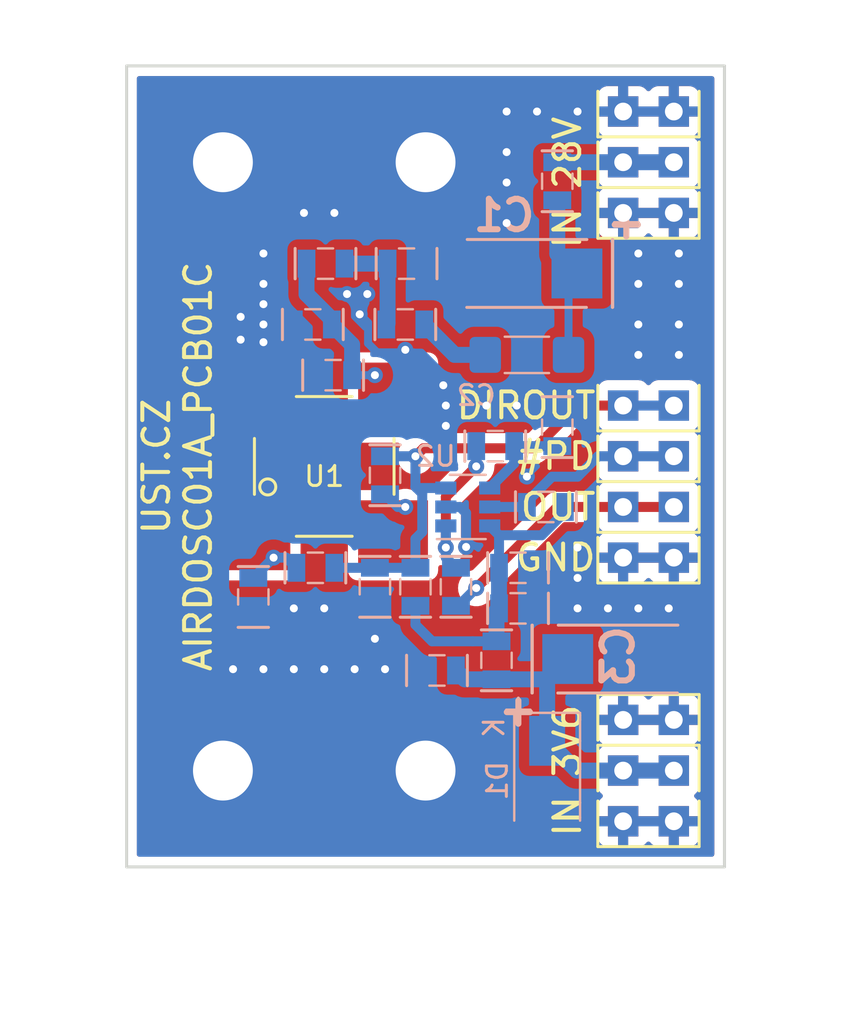
<source format=kicad_pcb>
(kicad_pcb (version 20211014) (generator pcbnew)
  (layers (0 "F.Cu" signal) (31 "B.Cu" signal) (34 "B.Paste" user) (35 "F.Paste" user) (36 "B.SilkS" user "B.Silkscreen") (37 "F.SilkS" user "F.Silkscreen") (38 "B.Mask" user) (39 "F.Mask" user) (44 "Edge.Cuts" user))
  (net 0 "")
  (net 1 "Net-(C1-Pad1)")
  (net 2 "GND")
  (net 3 "Net-(C2-Pad3)")
  (net 4 "/+3V6")
  (net 5 "Net-(C5-Pad1)")
  (net 6 "Net-(C6-Pad1)")
  (net 7 "+3V3")
  (net 8 "/DIRECT_OUT")
  (net 9 "Net-(C10-Pad2)")
  (net 10 "+28V")
  (net 11 "/OUT")
  (net 12 "/#PD")
  (net 13 "Net-(R6-Pad1)")
  (net 14 "Net-(R10-Pad2)")
  (net 15 "Net-(R10-Pad1)")
  (footprint "Mlab_Mechanical:MountingHole_3mm" (layer "F.Cu") (at 5.207 -5.08)
    (fp_text reference "M2" hide)
    (fp_text value "HOLE" hide)
    (pad "1" thru_hole circle locked (at 0 0) (size 6 6) (drill 3) (layers *.Cu *.Adhes *.Mask) (net 2 "GND") (clearance 1))
  )
  (footprint "Mlab_Mechanical:MountingHole_3mm" (layer "F.Cu") (at 5.207 -35.56)
    (fp_text reference "M3" hide)
    (fp_text value "HOLE" hide)
    (pad "1" thru_hole circle locked (at 0 0) (size 6 6) (drill 3) (layers *.Cu *.Adhes *.Mask) (net 2 "GND") (clearance 1))
  )
  (footprint "Mlab_Pin_Headers:Straight_2x01" (layer "F.Cu") (at 26.543 -20.828)
    (fp_text reference "J10" hide)
    (fp_text value "HEADER_2x01_PARALLEL" hide)
    (fp_line (start 2.54 -1.016) (end 2.54 1.27) (layer "F.SilkS") (width 0.15))
    (fp_line (start 2.54 1.27) (end -2.54 1.27) (layer "F.SilkS") (width 0.15))
    (fp_line (start -2.54 1.27) (end -2.54 -1.016) (layer "F.SilkS") (width 0.15))
    (pad "1" thru_hole rect locked (at -1.27 0) (size 1.524 1.524) (drill 0.889) (layers *.Cu *.Mask) (net 12 "/#PD"))
    (pad "2" thru_hole rect locked (at 1.27 0) (size 1.524 1.524) (drill 0.889) (layers *.Cu *.Mask) (net 12 "/#PD"))
  )
  (footprint "Mlab_Pin_Headers:Straight_2x01" (layer "F.Cu") (at 26.543 -18.288)
    (fp_text reference "J8" hide)
    (fp_text value "HEADER_2x01_PARALLEL" hide)
    (fp_line (start -2.54 1.27) (end -2.54 -1.016) (layer "F.SilkS") (width 0.15))
    (fp_line (start 2.54 1.27) (end -2.54 1.27) (layer "F.SilkS") (width 0.15))
    (fp_line (start 2.54 -1.016) (end 2.54 1.27) (layer "F.SilkS") (width 0.15))
    (pad "1" thru_hole rect locked (at -1.27 0) (size 1.524 1.524) (drill 0.889) (layers *.Cu *.Mask) (net 11 "/OUT"))
    (pad "2" thru_hole rect locked (at 1.27 0) (size 1.524 1.524) (drill 0.889) (layers *.Cu *.Mask) (net 11 "/OUT"))
  )
  (footprint "Mlab_Pin_Headers:Straight_2x01" (layer "F.Cu") (at 26.543 -2.54)
    (fp_text reference "J4" hide)
    (fp_text value "HEADER_2x01_PARALLEL" hide)
    (fp_line (start 2.54 -1.016) (end 2.54 1.27) (layer "F.SilkS") (width 0.15))
    (fp_line (start 2.54 1.27) (end -2.54 1.27) (layer "F.SilkS") (width 0.15))
    (fp_line (start -2.54 1.27) (end -2.54 -1.016) (layer "F.SilkS") (width 0.15))
    (pad "1" thru_hole rect locked (at -1.27 0) (size 1.524 1.524) (drill 0.889) (layers *.Cu *.Mask) (net 2 "GND"))
    (pad "2" thru_hole rect locked (at 1.27 0) (size 1.524 1.524) (drill 0.889) (layers *.Cu *.Mask) (net 2 "GND"))
  )
  (footprint "Mlab_Pin_Headers:Straight_2x01" (layer "F.Cu") (at 26.543 -15.748)
    (fp_text reference "J9" hide)
    (fp_text value "HEADER_2x01_PARALLEL" hide)
    (fp_line (start 2.54 1.27) (end -2.54 1.27) (layer "F.SilkS") (width 0.15))
    (fp_line (start 2.54 -1.016) (end 2.54 1.27) (layer "F.SilkS") (width 0.15))
    (fp_line (start -2.54 1.27) (end -2.54 -1.016) (layer "F.SilkS") (width 0.15))
    (pad "1" thru_hole rect locked (at -1.27 0) (size 1.524 1.524) (drill 0.889) (layers *.Cu *.Mask) (net 2 "GND"))
    (pad "2" thru_hole rect locked (at 1.27 0) (size 1.524 1.524) (drill 0.889) (layers *.Cu *.Mask) (net 2 "GND"))
  )
  (footprint "Mlab_IO:MicroFC−60035−SMT" (layer "F.Cu") (at 10.287 -20.32)
    (fp_text reference "U1" (at 0 0.5) (layer "F.SilkS"))
    (fp_text value "MICROFC-60035-SMT-TR(1)" hide)
    (fp_line (start -1.4 -3.5) (end 1.4 -3.5) (layer "F.SilkS") (width 0.15))
    (fp_line (start -3.5 1.4) (end -3.5 -1.4) (layer "F.SilkS") (width 0.15))
    (fp_line (start 1.4 3.5) (end -1.4 3.5) (layer "F.SilkS") (width 0.15))
    (fp_line (start 3.5 -1.4) (end 3.5 1.4) (layer "F.SilkS") (width 0.15))
    (fp_circle (center -2.8321 1.0287) (end -2.5019 1.2573) (layer "F.SilkS") (width 0.15) (fill none))
    (pad "1" smd trapezoid locked (at -3.45 3.45) (size 3.5 3.5) (layers "F.Cu" "F.Paste" "F.Mask") (net 9 "Net-(C10-Pad2)"))
    (pad "2" smd trapezoid locked (at 3.45 3.45 90) (size 3.5 3.5) (layers "F.Cu" "F.Paste" "F.Mask") (net 13 "Net-(R6-Pad1)"))
    (pad "3" smd trapezoid locked (at 3.45 -3.45 180) (size 3.5 3.5) (layers "F.Cu" "F.Paste" "F.Mask") (net 6 "Net-(C6-Pad1)"))
    (pad "4" smd trapezoid locked (at -3.45 -3.45 270) (size 3.5 3.5) (layers "F.Cu" "F.Paste" "F.Mask"))
  )
  (footprint "Mlab_Pin_Headers:Straight_2x01" (layer "F.Cu") (at 26.543 -33.02)
    (fp_text reference "J1" hide)
    (fp_text value "HEADER_2x01_PARALLEL" hide)
    (fp_line (start -2.54 1.27) (end -2.54 -1.016) (layer "F.SilkS") (width 0.15))
    (fp_line (start 2.54 -1.016) (end 2.54 1.27) (layer "F.SilkS") (width 0.15))
    (fp_line (start 2.54 1.27) (end -2.54 1.27) (layer "F.SilkS") (width 0.15))
    (pad "1" thru_hole rect locked (at -1.27 0) (size 1.524 1.524) (drill 0.889) (layers *.Cu *.Mask) (net 2 "GND"))
    (pad "2" thru_hole rect locked (at 1.27 0) (size 1.524 1.524) (drill 0.889) (layers *.Cu *.Mask) (net 2 "GND"))
  )
  (footprint "Mlab_Pin_Headers:Straight_2x01" (layer "F.Cu") (at 26.543 -35.56)
    (fp_text reference "J2" hide)
    (fp_text value "HEADER_2x01_PARALLEL" hide)
    (fp_line (start -2.54 1.27) (end -2.54 -1.016) (layer "F.SilkS") (width 0.15))
    (fp_line (start 2.54 -1.016) (end 2.54 1.27) (layer "F.SilkS") (width 0.15))
    (fp_line (start 2.54 1.27) (end -2.54 1.27) (layer "F.SilkS") (width 0.15))
    (pad "1" thru_hole rect locked (at -1.27 0) (size 1.524 1.524) (drill 0.889) (layers *.Cu *.Mask) (net 10 "+28V"))
    (pad "2" thru_hole rect locked (at 1.27 0) (size 1.524 1.524) (drill 0.889) (layers *.Cu *.Mask) (net 10 "+28V"))
  )
  (footprint "Mlab_Pin_Headers:Straight_2x01" (layer "F.Cu") (at 26.543 -38.1)
    (fp_text reference "J3" hide)
    (fp_text value "HEADER_2x01_PARALLEL" hide)
    (fp_line (start 2.54 -1.016) (end 2.54 1.27) (layer "F.SilkS") (width 0.15))
    (fp_line (start 2.54 1.27) (end -2.54 1.27) (layer "F.SilkS") (width 0.15))
    (fp_line (start -2.54 1.27) (end -2.54 -1.016) (layer "F.SilkS") (width 0.15))
    (pad "1" thru_hole rect locked (at -1.27 0) (size 1.524 1.524) (drill 0.889) (layers *.Cu *.Mask) (net 2 "GND"))
    (pad "2" thru_hole rect locked (at 1.27 0) (size 1.524 1.524) (drill 0.889) (layers *.Cu *.Mask) (net 2 "GND"))
  )
  (footprint "Mlab_Pin_Headers:Straight_2x01" (layer "F.Cu") (at 26.543 -5.08 180)
    (fp_text reference "J5" hide)
    (fp_text value "HEADER_2x01_PARALLEL" hide)
    (fp_line (start -2.54 1.27) (end -2.54 -1.016) (layer "F.SilkS") (width 0.15))
    (fp_line (start 2.54 -1.016) (end 2.54 1.27) (layer "F.SilkS") (width 0.15))
    (fp_line (start 2.54 1.27) (end -2.54 1.27) (layer "F.SilkS") (width 0.15))
    (pad "1" thru_hole rect locked (at -1.27 0 180) (size 1.524 1.524) (drill 0.889) (layers *.Cu *.Mask) (net 4 "/+3V6"))
    (pad "2" thru_hole rect locked (at 1.27 0 180) (size 1.524 1.524) (drill 0.889) (layers *.Cu *.Mask) (net 4 "/+3V6"))
  )
  (footprint "Mlab_Pin_Headers:Straight_2x01" (layer "F.Cu") (at 26.543 -7.62 180)
    (fp_text reference "J6" hide)
    (fp_text value "HEADER_2x01_PARALLEL" hide)
    (fp_line (start 2.54 1.27) (end -2.54 1.27) (layer "F.SilkS") (width 0.15))
    (fp_line (start -2.54 1.27) (end -2.54 -1.016) (layer "F.SilkS") (width 0.15))
    (fp_line (start 2.54 -1.016) (end 2.54 1.27) (layer "F.SilkS") (width 0.15))
    (pad "1" thru_hole rect locked (at -1.27 0 180) (size 1.524 1.524) (drill 0.889) (layers *.Cu *.Mask) (net 2 "GND"))
    (pad "2" thru_hole rect locked (at 1.27 0 180) (size 1.524 1.524) (drill 0.889) (layers *.Cu *.Mask) (net 2 "GND"))
  )
  (footprint "Mlab_Pin_Headers:Straight_2x01" (layer "F.Cu") (at 26.543 -23.368)
    (fp_text reference "J7" hide)
    (fp_text value "HEADER_2x01_PARALLEL" hide)
    (fp_line (start -2.54 1.27) (end -2.54 -1.016) (layer "F.SilkS") (width 0.15))
    (fp_line (start 2.54 -1.016) (end 2.54 1.27) (layer "F.SilkS") (width 0.15))
    (fp_line (start 2.54 1.27) (end -2.54 1.27) (layer "F.SilkS") (width 0.15))
    (pad "1" thru_hole rect locked (at -1.27 0) (size 1.524 1.524) (drill 0.889) (layers *.Cu *.Mask) (net 8 "/DIRECT_OUT"))
    (pad "2" thru_hole rect locked (at 1.27 0) (size 1.524 1.524) (drill 0.889) (layers *.Cu *.Mask) (net 8 "/DIRECT_OUT"))
  )
  (footprint "Mlab_Mechanical:MountingHole_3mm" (layer "F.Cu") (at 15.367 -5.08)
    (fp_text reference "M1" hide)
    (fp_text value "HOLE" hide)
    (pad "1" thru_hole circle locked (at 0 0) (size 6 6) (drill 3) (layers *.Cu *.Adhes *.Mask) (net 2 "GND") (clearance 1))
  )
  (footprint "Mlab_Mechanical:MountingHole_3mm" (layer "F.Cu") (at 15.367 -35.56)
    (fp_text reference "M4" hide)
    (fp_text value "HOLE" hide)
    (pad "1" thru_hole circle locked (at 0 0) (size 6 6) (drill 3) (layers *.Cu *.Adhes *.Mask) (net 2 "GND") (clearance 1))
  )
  (footprint "Mlab_R:SMD-0805" (layer "B.Cu") (at 14.4145 -30.48)
    (fp_text reference "C5")
    (fp_text value "100nF")
    (fp_line (start 1.524 0.762) (end 1.524 -0.762) (layer "B.SilkS") (width 0.15))
    (fp_line (start -0.381 -0.762) (end 0.381 -0.762) (layer "B.SilkS") (width 0.12))
    (fp_line (start -1.524 -0.762) (end -1.524 0.762) (layer "B.SilkS") (width 0.15))
    (fp_line (start -0.381 0.762) (end 0.381 0.762) (layer "B.SilkS") (width 0.12))
    (pad "1" smd rect locked (at -0.9525 0) (size 0.889 1.397) (layers "B.Cu" "B.Paste" "B.Mask") (net 5 "Net-(C5-Pad1)"))
    (pad "2" smd rect locked (at 0.9525 0) (size 0.889 1.397) (layers "B.Cu" "B.Paste" "B.Mask") (net 2 "GND"))
  )
  (footprint "Mlab_R:SMD-0805" (layer "B.Cu") (at 18.8595 -21.336)
    (fp_text reference "R10")
    (fp_text value "12k")
    (fp_line (start -0.381 -0.762) (end 0.381 -0.762) (layer "B.SilkS") (width 0.12))
    (fp_line (start 1.524 0.762) (end 1.524 -0.762) (layer "B.SilkS") (width 0.15))
    (fp_line (start -0.381 0.762) (end 0.381 0.762) (layer "B.SilkS") (width 0.12))
    (fp_line (start -1.524 -0.762) (end -1.524 0.762) (layer "B.SilkS") (width 0.15))
    (pad "1" smd rect locked (at -0.9525 0) (size 0.889 1.397) (layers "B.Cu" "B.Paste" "B.Mask") (net 15 "Net-(R10-Pad1)"))
    (pad "2" smd rect locked (at 0.9525 0) (size 0.889 1.397) (layers "B.Cu" "B.Paste" "B.Mask") (net 14 "Net-(R10-Pad2)"))
  )
  (footprint "Mlab_R:SMD-0805" (layer "B.Cu") (at 18.923 -10.6045 -90)
    (fp_text reference "R3")
    (fp_text value "100R")
    (fp_line (start -1.524 -0.762) (end -1.524 0.762) (layer "B.SilkS") (width 0.15))
    (fp_line (start -0.381 -0.762) (end 0.381 -0.762) (layer "B.SilkS") (width 0.12))
    (fp_line (start 1.524 0.762) (end 1.524 -0.762) (layer "B.SilkS") (width 0.15))
    (fp_line (start -0.381 0.762) (end 0.381 0.762) (layer "B.SilkS") (width 0.12))
    (pad "1" smd rect locked (at -0.9525 0 270) (size 0.889 1.397) (layers "B.Cu" "B.Paste" "B.Mask") (net 7 "+3V3"))
    (pad "2" smd rect locked (at 0.9525 0 270) (size 0.889 1.397) (layers "B.Cu" "B.Paste" "B.Mask") (net 4 "/+3V6"))
  )
  (footprint "Mlab_R:SMD-0805" (layer "B.Cu") (at 15.9385 -10.0965 180)
    (fp_text reference "C4")
    (fp_text value "10u")
    (fp_line (start -0.381 0.762) (end 0.381 0.762) (layer "B.SilkS") (width 0.12))
    (fp_line (start 1.524 0.762) (end 1.524 -0.762) (layer "B.SilkS") (width 0.15))
    (fp_line (start -1.524 -0.762) (end -1.524 0.762) (layer "B.SilkS") (width 0.15))
    (fp_line (start -0.381 -0.762) (end 0.381 -0.762) (layer "B.SilkS") (width 0.12))
    (pad "1" smd rect locked (at -0.9525 0 180) (size 0.889 1.397) (layers "B.Cu" "B.Paste" "B.Mask") (net 4 "/+3V6"))
    (pad "2" smd rect locked (at 0.9525 0 180) (size 0.889 1.397) (layers "B.Cu" "B.Paste" "B.Mask") (net 2 "GND"))
  )
  (footprint "Mlab_D:Diode-SMA_Standard" (layer "B.Cu") (at 21.463 -4.572 -90)
    (fp_text reference "D1" (at 0 2.5 -90) (layer "B.SilkS") (effects (justify mirror)))
    (fp_text value "M4" hide)
    (fp_text user "K" (at -2.667 2.667 -90) (layer "B.SilkS") (effects (justify mirror)))
    (fp_line (start -3.4 1.65) (end -3.4 -1.65) (layer "B.SilkS") (width 0.12))
    (fp_line (start -3.4 1.65) (end 2 1.65) (layer "B.SilkS") (width 0.12))
    (fp_line (start -3.4 -1.65) (end 2 -1.65) (layer "B.SilkS") (width 0.12))
    (pad "1" smd rect locked (at -2 0 270) (size 2.5 1.8) (layers "B.Cu" "B.Paste" "B.Mask") (net 4 "/+3V6"))
    (pad "2" smd rect locked (at 2 0 270) (size 2.5 1.8) (layers "B.Cu" "B.Paste" "B.Mask") (net 2 "GND"))
  )
  (footprint "Mlab_R:SMD-0805" (layer "B.Cu") (at 20.0025 -13.208)
    (fp_text reference "C7")
    (fp_text value "10u")
    (fp_line (start -0.381 0.762) (end 0.381 0.762) (layer "B.SilkS") (width 0.12))
    (fp_line (start -1.524 -0.762) (end -1.524 0.762) (layer "B.SilkS") (width 0.15))
    (fp_line (start 1.524 0.762) (end 1.524 -0.762) (layer "B.SilkS") (width 0.15))
    (fp_line (start -0.381 -0.762) (end 0.381 -0.762) (layer "B.SilkS") (width 0.12))
    (pad "1" smd rect locked (at -0.9525 0) (size 0.889 1.397) (layers "B.Cu" "B.Paste" "B.Mask") (net 7 "+3V3"))
    (pad "2" smd rect locked (at 0.9525 0) (size 0.889 1.397) (layers "B.Cu" "B.Paste" "B.Mask") (net 2 "GND"))
  )
  (footprint "Mlab_C:TantalC_SizeC_Reflow" (layer "B.Cu") (at 25.019 -10.668)
    (fp_text reference "C3" (at 0 -0.127 90) (layer "B.SilkS") (effects (font (size 1.524 1.524) (thickness 0.3048)) (justify mirror)))
    (fp_text value "47uF" hide)
    (fp_text user "+" (at -4.99872 2.55016) (layer "B.SilkS") (effects (font (size 1.524 1.524) (thickness 0.3048)) (justify mirror)))
    (fp_line (start -4.30022 1.69926) (end -4.30022 -1.69926) (layer "B.SilkS") (width 0.15))
    (fp_line (start 2.97688 1.7018) (end -3.0226 1.7018) (layer "B.SilkS") (width 0.15))
    (fp_line (start -4.318 1.7018) (end -4.318 -1.69672) (layer "B.SilkS") (width 0.15))
    (fp_line (start 2.99974 -1.69926) (end -2.99974 -1.69926) (layer "B.SilkS") (width 0.15))
    (fp_line (start -5.6007 2.5527) (end -4.40182 2.5527) (layer "B.SilkS") (width 0.15))
    (fp_line (start -5.00126 3.05308) (end -5.00126 1.95326) (layer "B.SilkS") (width 0.15))
    (pad "1" smd rect locked (at -2.52476 0) (size 2.55016 2.49936) (layers "B.Cu" "B.Paste" "B.Mask") (net 4 "/+3V6"))
    (pad "2" smd rect locked (at 2.52476 0) (size 2.55016 2.49936) (layers "B.Cu" "B.Paste" "B.Mask") (net 2 "GND"))
  )
  (footprint "Mlab_R:SMD-0805" (layer "B.Cu") (at 20.0025 -15.24)
    (fp_text reference "C8")
    (fp_text value "100nF")
    (fp_line (start -0.381 0.762) (end 0.381 0.762) (layer "B.SilkS") (width 0.12))
    (fp_line (start 1.524 0.762) (end 1.524 -0.762) (layer "B.SilkS") (width 0.15))
    (fp_line (start -1.524 -0.762) (end -1.524 0.762) (layer "B.SilkS") (width 0.15))
    (fp_line (start -0.381 -0.762) (end 0.381 -0.762) (layer "B.SilkS") (width 0.12))
    (pad "1" smd rect locked (at -0.9525 0) (size 0.889 1.397) (layers "B.Cu" "B.Paste" "B.Mask") (net 7 "+3V3"))
    (pad "2" smd rect locked (at 0.9525 0) (size 0.889 1.397) (layers "B.Cu" "B.Paste" "B.Mask") (net 2 "GND"))
  )
  (footprint "Mlab_R:SMD-0805" (layer "B.Cu") (at 14.351 -27.432)
    (fp_text reference "R2")
    (fp_text value "10R")
    (fp_line (start -1.524 -0.762) (end -1.524 0.762) (layer "B.SilkS") (width 0.15))
    (fp_line (start -0.381 -0.762) (end 0.381 -0.762) (layer "B.SilkS") (width 0.12))
    (fp_line (start 1.524 0.762) (end 1.524 -0.762) (layer "B.SilkS") (width 0.15))
    (fp_line (start -0.381 0.762) (end 0.381 0.762) (layer "B.SilkS") (width 0.12))
    (pad "1" smd rect locked (at -0.9525 0) (size 0.889 1.397) (layers "B.Cu" "B.Paste" "B.Mask") (net 5 "Net-(C5-Pad1)"))
    (pad "2" smd rect locked (at 0.9525 0) (size 0.889 1.397) (layers "B.Cu" "B.Paste" "B.Mask") (net 3 "Net-(C2-Pad3)"))
  )
  (footprint "Mlab_R:SMD-0805" (layer "B.Cu") (at 9.7155 -27.432 180)
    (fp_text reference "C6")
    (fp_text value "100nF")
    (fp_line (start -0.381 -0.762) (end 0.381 -0.762) (layer "B.SilkS") (width 0.12))
    (fp_line (start 1.524 0.762) (end 1.524 -0.762) (layer "B.SilkS") (width 0.15))
    (fp_line (start -1.524 -0.762) (end -1.524 0.762) (layer "B.SilkS") (width 0.15))
    (fp_line (start -0.381 0.762) (end 0.381 0.762) (layer "B.SilkS") (width 0.12))
    (pad "1" smd rect locked (at -0.9525 0 180) (size 0.889 1.397) (layers "B.Cu" "B.Paste" "B.Mask") (net 6 "Net-(C6-Pad1)"))
    (pad "2" smd rect locked (at 0.9525 0 180) (size 0.889 1.397) (layers "B.Cu" "B.Paste" "B.Mask") (net 2 "GND"))
  )
  (footprint "Mlab_C:TantalC_SizeC_Reflow" (layer "B.Cu") (at 20.43176 -29.98724 180)
    (fp_text reference "C1" (at 1.12776 2.90576 180) (layer "B.SilkS") (effects (font (size 1.524 1.524) (thickness 0.3048)) (justify mirror)))
    (fp_text value "15uF/35V" hide)
    (fp_text user "+" (at -4.99872 2.55016 180) (layer "B.SilkS") (effects (font (size 1.524 1.524) (thickness 0.3048)) (justify mirror)))
    (fp_line (start 2.99974 -1.69926) (end -2.99974 -1.69926) (layer "B.SilkS") (width 0.15))
    (fp_line (start -4.318 1.7018) (end -4.318 -1.69672) (layer "B.SilkS") (width 0.15))
    (fp_line (start -4.30022 1.69926) (end -4.30022 -1.69926) (layer "B.SilkS") (width 0.15))
    (fp_line (start 2.97688 1.7018) (end -3.0226 1.7018) (layer "B.SilkS") (width 0.15))
    (fp_line (start -5.00126 3.05308) (end -5.00126 1.95326) (layer "B.SilkS") (width 0.15))
    (fp_line (start -5.6007 2.5527) (end -4.40182 2.5527) (layer "B.SilkS") (width 0.15))
    (pad "1" smd rect locked (at -2.52476 0 180) (size 2.55016 2.49936) (layers "B.Cu" "B.Paste" "B.Mask") (net 1 "Net-(C1-Pad1)"))
    (pad "2" smd rect locked (at 2.52476 0 180) (size 2.55016 2.49936) (layers "B.Cu" "B.Paste" "B.Mask") (net 2 "GND"))
  )
  (footprint "Mlab_L:FIR_1806" (layer "B.Cu") (at 20.447 -25.908 180)
    (fp_text reference "C2" (at 2.54 -2.032 180) (layer "B.SilkS") (effects (justify mirror)))
    (fp_text value "1u5/50V - NFM41PC155B1H3L" hide)
    (fp_line (start -1.111252 -0.91) (end 1.111252 -0.91) (layer "B.SilkS") (width 0.12))
    (fp_line (start -1.111252 0.91) (end 1.111252 0.91) (layer "B.SilkS") (width 0.12))
    (pad "1" smd roundrect locked (at -2.0875 0 180) (size 1.575 1.8) (layers "B.Cu" "B.Paste" "B.Mask") (roundrect_rratio 0.1587301587) (net 1 "Net-(C1-Pad1)"))
    (pad "2" smd trapezoid locked (at 0 0 180) (size 1.5 3) (layers "B.Cu" "B.Paste" "B.Mask") (net 2 "GND"))
    (pad "3" smd roundrect locked (at 2.0875 0 180) (size 1.575 1.8) (layers "B.Cu" "B.Paste" "B.Mask") (roundrect_rratio 0.159) (net 3 "Net-(C2-Pad3)"))
  )
  (footprint "Mlab_R:SMD-0805" (layer "B.Cu") (at 10.7315 -24.892 180)
    (fp_text reference "C9")
    (fp_text value "10nF")
    (fp_line (start -0.381 0.762) (end 0.381 0.762) (layer "B.SilkS") (width 0.12))
    (fp_line (start -1.524 -0.762) (end -1.524 0.762) (layer "B.SilkS") (width 0.15))
    (fp_line (start 1.524 0.762) (end 1.524 -0.762) (layer "B.SilkS") (width 0.15))
    (fp_line (start -0.381 -0.762) (end 0.381 -0.762) (layer "B.SilkS") (width 0.12))
    (pad "1" smd rect locked (at -0.9525 0 180) (size 0.889 1.397) (layers "B.Cu" "B.Paste" "B.Mask") (net 6 "Net-(C6-Pad1)"))
    (pad "2" smd rect locked (at 0.9525 0 180) (size 0.889 1.397) (layers "B.Cu" "B.Paste" "B.Mask") (net 2 "GND"))
  )
  (footprint "Mlab_R:SMD-0805" (layer "B.Cu") (at 9.8425 -15.24 180)
    (fp_text reference "C10")
    (fp_text value "0R")
    (fp_line (start 1.524 0.762) (end 1.524 -0.762) (layer "B.SilkS") (width 0.15))
    (fp_line (start -1.524 -0.762) (end -1.524 0.762) (layer "B.SilkS") (width 0.15))
    (fp_line (start -0.381 0.762) (end 0.381 0.762) (layer "B.SilkS") (width 0.12))
    (fp_line (start -0.381 -0.762) (end 0.381 -0.762) (layer "B.SilkS") (width 0.12))
    (pad "1" smd rect locked (at -0.9525 0 180) (size 0.889 1.397) (layers "B.Cu" "B.Paste" "B.Mask") (net 8 "/DIRECT_OUT"))
    (pad "2" smd rect locked (at 0.9525 0 180) (size 0.889 1.397) (layers "B.Cu" "B.Paste" "B.Mask") (net 9 "Net-(C10-Pad2)"))
  )
  (footprint "Mlab_R:SMD-0805" (layer "B.Cu") (at 21.971 -34.6075 90)
    (fp_text reference "R1")
    (fp_text value "10R")
    (fp_line (start -0.381 -0.762) (end 0.381 -0.762) (layer "B.SilkS") (width 0.12))
    (fp_line (start 1.524 0.762) (end 1.524 -0.762) (layer "B.SilkS") (width 0.15))
    (fp_line (start -1.524 -0.762) (end -1.524 0.762) (layer "B.SilkS") (width 0.15))
    (fp_line (start -0.381 0.762) (end 0.381 0.762) (layer "B.SilkS") (width 0.12))
    (pad "1" smd rect locked (at -0.9525 0 90) (size 0.889 1.397) (layers "B.Cu" "B.Paste" "B.Mask") (net 1 "Net-(C1-Pad1)"))
    (pad "2" smd rect locked (at 0.9525 0 90) (size 0.889 1.397) (layers "B.Cu" "B.Paste" "B.Mask") (net 10 "+28V"))
  )
  (footprint "Mlab_R:SMD-0805" (layer "B.Cu") (at 10.3505 -30.48)
    (fp_text reference "R4")
    (fp_text value "10R")
    (fp_line (start -1.524 -0.762) (end -1.524 0.762) (layer "B.SilkS") (width 0.15))
    (fp_line (start 1.524 0.762) (end 1.524 -0.762) (layer "B.SilkS") (width 0.15))
    (fp_line (start -0.381 -0.762) (end 0.381 -0.762) (layer "B.SilkS") (width 0.12))
    (fp_line (start -0.381 0.762) (end 0.381 0.762) (layer "B.SilkS") (width 0.12))
    (pad "1" smd rect locked (at -0.9525 0) (size 0.889 1.397) (layers "B.Cu" "B.Paste" "B.Mask") (net 6 "Net-(C6-Pad1)"))
    (pad "2" smd rect locked (at 0.9525 0) (size 0.889 1.397) (layers "B.Cu" "B.Paste" "B.Mask") (net 5 "Net-(C5-Pad1)"))
  )
  (footprint "Mlab_R:SMD-0805" (layer "B.Cu") (at 6.731 -13.7795 90)
    (fp_text reference "R5")
    (fp_text value "10R")
    (fp_line (start -0.381 0.762) (end 0.381 0.762) (layer "B.SilkS") (width 0.12))
    (fp_line (start -1.524 -0.762) (end -1.524 0.762) (layer "B.SilkS") (width 0.15))
    (fp_line (start -0.381 -0.762) (end 0.381 -0.762) (layer "B.SilkS") (width 0.12))
    (fp_line (start 1.524 0.762) (end 1.524 -0.762) (layer "B.SilkS") (width 0.15))
    (pad "1" smd rect locked (at -0.9525 0 90) (size 0.889 1.397) (layers "B.Cu" "B.Paste" "B.Mask") (net 2 "GND"))
    (pad "2" smd rect locked (at 0.9525 0 90) (size 0.889 1.397) (layers "B.Cu" "B.Paste" "B.Mask") (net 9 "Net-(C10-Pad2)"))
  )
  (footprint "Mlab_R:SMD-0805" (layer "B.Cu") (at 13.335 -19.8755 90)
    (fp_text reference "R6")
    (fp_text value "-")
    (fp_line (start 1.524 0.762) (end 1.524 -0.762) (layer "B.SilkS") (width 0.15))
    (fp_line (start -0.381 0.762) (end 0.381 0.762) (layer "B.SilkS") (width 0.12))
    (fp_line (start -0.381 -0.762) (end 0.381 -0.762) (layer "B.SilkS") (width 0.12))
    (fp_line (start -1.524 -0.762) (end -1.524 0.762) (layer "B.SilkS") (width 0.15))
    (pad "1" smd rect locked (at -0.9525 0 90) (size 0.889 1.397) (layers "B.Cu" "B.Paste" "B.Mask") (net 13 "Net-(R6-Pad1)"))
    (pad "2" smd rect locked (at 0.9525 0 90) (size 0.889 1.397) (layers "B.Cu" "B.Paste" "B.Mask") (net 8 "/DIRECT_OUT"))
  )
  (footprint "Mlab_R:SMD-0805" (layer "B.Cu") (at 14.859 -14.2875 90)
    (fp_text reference "R7")
    (fp_text value "-")
    (fp_line (start -1.524 -0.762) (end -1.524 0.762) (layer "B.SilkS") (width 0.15))
    (fp_line (start -0.381 0.762) (end 0.381 0.762) (layer "B.SilkS") (width 0.12))
    (fp_line (start 1.524 0.762) (end 1.524 -0.762) (layer "B.SilkS") (width 0.15))
    (fp_line (start -0.381 -0.762) (end 0.381 -0.762) (layer "B.SilkS") (width 0.12))
    (pad "1" smd rect locked (at -0.9525 0 90) (size 0.889 1.397) (layers "B.Cu" "B.Paste" "B.Mask") (net 7 "+3V3"))
    (pad "2" smd rect locked (at 0.9525 0 90) (size 0.889 1.397) (layers "B.Cu" "B.Paste" "B.Mask") (net 8 "/DIRECT_OUT"))
  )
  (footprint "Mlab_R:SMD-0805" (layer "B.Cu") (at 12.827 -14.2875 -90)
    (fp_text reference "R8")
    (fp_text value "100nF")
    (fp_line (start -0.381 -0.762) (end 0.381 -0.762) (layer "B.SilkS") (width 0.12))
    (fp_line (start 1.524 0.762) (end 1.524 -0.762) (layer "B.SilkS") (width 0.15))
    (fp_line (start -1.524 -0.762) (end -1.524 0.762) (layer "B.SilkS") (width 0.15))
    (fp_line (start -0.381 0.762) (end 0.381 0.762) (layer "B.SilkS") (width 0.12))
    (pad "1" smd rect locked (at -0.9525 0 270) (size 0.889 1.397) (layers "B.Cu" "B.Paste" "B.Mask") (net 8 "/DIRECT_OUT"))
    (pad "2" smd rect locked (at 0.9525 0 270) (size 0.889 1.397) (layers "B.Cu" "B.Paste" "B.Mask") (net 2 "GND"))
  )
  (footprint "Mlab_R:SMD-0805" (layer "B.Cu") (at 21.971 -22.2885 90)
    (fp_text reference "R9")
    (fp_text value "470R")
    (fp_line (start -0.381 -0.762) (end 0.381 -0.762) (layer "B.SilkS") (width 0.12))
    (fp_line (start -1.524 -0.762) (end -1.524 0.762) (layer "B.SilkS") (width 0.15))
    (fp_line (start 1.524 0.762) (end 1.524 -0.762) (layer "B.SilkS") (width 0.15))
    (fp_line (start -0.381 0.762) (end 0.381 0.762) (layer "B.SilkS") (width 0.12))
    (pad "1" smd rect locked (at -0.9525 0 90) (size 0.889 1.397) (layers "B.Cu" "B.Paste" "B.Mask") (net 14 "Net-(R10-Pad2)"))
    (pad "2" smd rect locked (at 0.9525 0 90) (size 0.889 1.397) (layers "B.Cu" "B.Paste" "B.Mask") (net 2 "GND"))
  )
  (footprint "Mlab_R:SMD-0805" (layer "B.Cu") (at 21.3995 -18.288 180)
    (fp_text reference "R11")
    (fp_text value "1k")
    (fp_line (start -0.381 -0.762) (end 0.381 -0.762) (layer "B.SilkS") (width 0.12))
    (fp_line (start -1.524 -0.762) (end -1.524 0.762) (layer "B.SilkS") (width 0.15))
    (fp_line (start 1.524 0.762) (end 1.524 -0.762) (layer "B.SilkS") (width 0.15))
    (fp_line (start -0.381 0.762) (end 0.381 0.762) (layer "B.SilkS") (width 0.12))
    (pad "1" smd rect locked (at -0.9525 0 180) (size 0.889 1.397) (layers "B.Cu" "B.Paste" "B.Mask") (net 7 "+3V3"))
    (pad "2" smd rect locked (at 0.9525 0 180) (size 0.889 1.397) (layers "B.Cu" "B.Paste" "B.Mask") (net 12 "/#PD"))
  )
  (footprint "Mlab_R:SMD-0805" (layer "B.Cu") (at 16.891 -14.2875 90)
    (fp_text reference "R12")
    (fp_text value "1k")
    (fp_line (start 1.524 0.762) (end 1.524 -0.762) (layer "B.SilkS") (width 0.15))
    (fp_line (start -1.524 -0.762) (end -1.524 0.762) (layer "B.SilkS") (width 0.15))
    (fp_line (start -0.381 0.762) (end 0.381 0.762) (layer "B.SilkS") (width 0.12))
    (fp_line (start -0.381 -0.762) (end 0.381 -0.762) (layer "B.SilkS") (width 0.12))
    (pad "1" smd rect locked (at -0.9525 0 90) (size 0.889 1.397) (layers "B.Cu" "B.Paste" "B.Mask") (net 11 "/OUT"))
    (pad "2" smd rect locked (at 0.9525 0 90) (size 0.889 1.397) (layers "B.Cu" "B.Paste" "B.Mask") (net 15 "Net-(R10-Pad1)"))
  )
  (footprint "Package_TO_SOT_SMD:SOT-23-6" (layer "B.Cu") (at 17.483 -18.288)
    (fp_text reference "U2" (at -1.608 -2.54) (layer "B.SilkS") (effects (justify mirror)))
    (fp_text value "OPA836IDB" hide)
    (fp_line (start -0.9 -1.61) (end 0.9 -1.61) (layer "B.SilkS") (width 0.12))
    (fp_line (start 0.9 1.61) (end -1.55 1.61) (layer "B.SilkS") (width 0.12))
    (pad "1" smd rect locked (at -1.1 0.95) (size 1.06 0.65) (layers "B.Cu" "B.Paste" "B.Mask") (net 15 "Net-(R10-Pad1)"))
    (pad "2" smd rect locked (at -1.1 0) (size 1.06 0.65) (layers "B.Cu" "B.Paste" "B.Mask") (net 2 "GND"))
    (pad "3" smd rect locked (at -1.1 -0.95) (size 1.06 0.65) (layers "B.Cu" "B.Paste" "B.Mask") (net 8 "/DIRECT_OUT"))
    (pad "4" smd rect locked (at 1.1 -0.95) (size 1.06 0.65) (layers "B.Cu" "B.Paste" "B.Mask") (net 14 "Net-(R10-Pad2)"))
    (pad "5" smd rect locked (at 1.1 0) (size 1.06 0.65) (layers "B.Cu" "B.Paste" "B.Mask") (net 12 "/#PD"))
    (pad "6" smd rect locked (at 1.1 0.95) (size 1.06 0.65) (layers "B.Cu" "B.Paste" "B.Mask") (net 7 "+3V3"))
  )
  (gr_line (start 30.353 -0.254) (end 30.353 -40.386) (layer "Edge.Cuts") (width 0.15))
  (gr_line (start 0.381 -0.254) (end 0.381 -40.386) (layer "Edge.Cuts") (width 0.15))
  (gr_line (start 0.381 -0.254) (end 30.353 -0.254) (layer "Edge.Cuts") (width 0.15))
  (gr_line (start 0.381 -40.386) (end 30.353 -40.386) (layer "Edge.Cuts") (width 0.15))
  (gr_text "#PD" (at 24.003 -20.828) (layer "F.SilkS") (effects (font (size 1.3 1.3) (thickness 0.2)) (justify right)))
  (gr_text "OUT" (at 24.003 -18.288) (layer "F.SilkS") (effects (font (size 1.3 1.3) (thickness 0.2)) (justify right)))
  (gr_text "GND" (at 24.003 -15.748) (layer "F.SilkS") (effects (font (size 1.3 1.3) (thickness 0.2)) (justify right)))
  (gr_text "IN 28V" (at 22.479 -34.544 90) (layer "F.SilkS") (effects (font (size 1.3 1.3) (thickness 0.2))))
  (gr_text "IN 3V6" (at 22.479 -5.08 90) (layer "F.SilkS") (effects (font (size 1.3 1.3) (thickness 0.2))))
  (gr_text "UST.CZ\nAIRDOSC01A_PCB01C" (at 2.921 -20.32 90) (layer "F.SilkS") (effects (font (size 1.3 1.3) (thickness 0.2))))
  (gr_text "DIROUT" (at 24.003 -23.368) (layer "F.SilkS") (effects (font (size 1.3 1.3) (thickness 0.2)) (justify right)))
  (segment (start 22.5345 -29.56522) (end 22.95652 -29.98724) (width 0.8) (layer "B.Cu") (net 1))
  (segment (start 21.971 -33.655) (end 21.971 -30.97276) (width 0.8) (layer "B.Cu") (net 1))
  (segment (start 22.5345 -25.908) (end 22.5345 -29.56522) (width 0.4) (layer "B.Cu") (net 1))
  (segment (start 21.971 -30.97276) (end 22.95652 -29.98724) (width 0.8) (layer "B.Cu") (net 1))
  (segment (start 7.239 -27.432) (end 7.239 -26.543) (width 0.5) (layer "F.Cu") (net 2))
  (segment (start 19.939 -23.368) (end 18.415 -23.368) (width 0.5) (layer "F.Cu") (net 2))
  (segment (start 10.287 -10.16) (end 8.763 -10.16) (width 0.5) (layer "F.Cu") (net 2))
  (segment (start 19.431 -36.068) (end 19.431 -38.1) (width 0.5) (layer "F.Cu") (net 2))
  (segment (start 7.239 -29.464) (end 7.239 -30.988) (width 0.5) (layer "F.Cu") (net 2))
  (segment (start 19.431 -32.512) (end 19.431 -34.544) (width 0.5) (layer "F.Cu") (net 2))
  (segment (start 7.239 -10.16) (end 5.715 -10.16) (width 0.5) (layer "F.Cu") (net 2))
  (segment (start 22.987 -13.208) (end 22.987 -14.732) (width 0.5) (layer "F.Cu") (net 2))
  (segment (start 13.335 -10.16) (end 11.811 -10.16) (width 0.5) (layer "F.Cu") (net 2))
  (segment (start 27.559 -13.208) (end 26.035 -13.208) (width 0.5) (layer "F.Cu") (net 2))
  (via (at 6.096 -26.67) (size 0.8) (drill 0.4) (layers "F.Cu" "B.Cu") (net 2))
  (via (at 7.239 -28.448) (size 0.8) (drill 0.4) (layers "F.Cu" "B.Cu") (net 2))
  (via (at 12.827 -11.684) (size 0.8) (drill 0.4) (layers "F.Cu" "B.Cu") (net 2))
  (via (at 16.256 -24.384) (size 0.8) (drill 0.4) (layers "F.Cu" "B.Cu") (net 2))
  (via (at 9.271 -33.02) (size 0.8) (drill 0.4) (layers "F.Cu" "B.Cu") (net 2))
  (via (at 10.287 -10.16) (size 0.8) (drill 0.4) (layers "F.Cu" "B.Cu") (net 2))
  (via (at 12.065 -27.94) (size 0.8) (drill 0.4) (layers "F.Cu" "B.Cu") (net 2))
  (via (at 10.795 -33.02) (size 0.8) (drill 0.4) (layers "F.Cu" "B.Cu") (net 2))
  (via (at 8.763 -13.208) (size 0.8) (drill 0.4) (layers "F.Cu" "B.Cu") (net 2))
  (via (at 20.955 -38.1) (size 0.8) (drill 0.4) (layers "F.Cu" "B.Cu") (net 2))
  (via (at 28.067 -25.908) (size 0.8) (drill 0.4) (layers "F.Cu" "B.Cu") (net 2))
  (via (at 22.987 -16.256) (size 0.8) (drill 0.4) (layers "F.Cu" "B.Cu") (net 2))
  (via (at 18.415 -23.368) (size 0.8) (drill 0.4) (layers "F.Cu" "B.Cu") (net 2))
  (via (at 7.239 -30.988) (size 0.8) (drill 0.4) (layers "F.Cu" "B.Cu") (net 2))
  (via (at 14.351 -26.162) (size 0.8) (drill 0.4) (layers "F.Cu" "B.Cu") (net 2))
  (via (at 10.287 -13.208) (size 0.8) (drill 0.4) (layers "F.Cu" "B.Cu") (net 2))
  (via (at 26.035 -13.208) (size 0.8) (drill 0.4) (layers "F.Cu" "B.Cu") (net 2))
  (via (at 11.43 -28.956) (size 0.8) (drill 0.4) (layers "F.Cu" "B.Cu") (net 2))
  (via (at 27.559 -13.208) (size 0.8) (drill 0.4) (layers "F.Cu" "B.Cu") (net 2))
  (via (at 16.383 -23.368) (size 0.8) (drill 0.4) (layers "F.Cu" "B.Cu") (net 2))
  (via (at 17.399 -16.284502) (size 0.8) (drill 0.4) (layers "F.Cu" "B.Cu") (net 2))
  (via (at 26.035 -25.908) (size 0.8) (drill 0.4) (layers "F.Cu" "B.Cu") (net 2))
  (via (at 22.987 -13.208) (size 0.8) (drill 0.4) (layers "F.Cu" "B.Cu") (net 2))
  (via (at 7.239 -29.464) (size 0.8) (drill 0.4) (layers "F.Cu" "B.Cu") (net 2))
  (via (at 22.987 -14.732) (size 0.8) (drill 0.4) (layers "F.Cu" "B.Cu") (net 2))
  (via (at 20.447 -19.812) (size 0.8) (drill 0.4) (layers "F.Cu" "B.Cu") (net 2))
  (via (at 28.067 -27.432) (size 0.8) (drill 0.4) (layers "F.Cu" "B.Cu") (net 2))
  (via (at 24.511 -13.208) (size 0.8) (drill 0.4) (layers "F.Cu" "B.Cu") (net 2))
  (via (at 16.383 -22.352) (size 0.8) (drill 0.4) (layers "F.Cu" "B.Cu") (net 2))
  (via (at 7.239 -10.16) (size 0.8) (drill 0.4) (layers "F.Cu" "B.Cu") (net 2))
  (via (at 5.715 -10.16) (size 0.8) (drill 0.4) (layers "F.Cu" "B.Cu") (net 2))
  (via (at 6.096 -27.813) (size 0.8) (drill 0.4) (layers "F.Cu" "B.Cu") (net 2))
  (via (at 8.763 -10.16) (size 0.8) (drill 0.4) (layers "F.Cu" "B.Cu") (net 2))
  (via (at 22.987 -38.1) (size 0.8) (drill 0.4) (layers "F.Cu" "B.Cu") (net 2))
  (via (at 12.446 -28.956) (size 0.8) (drill 0.4) (layers "F.Cu" "B.Cu") (net 2))
  (via (at 26.035 -27.432) (size 0.8) (drill 0.4) (layers "F.Cu" "B.Cu") (net 2))
  (via (at 11.811 -10.16) (size 0.8) (drill 0.4) (layers "F.Cu" "B.Cu") (net 2))
  (via (at 13.335 -10.16) (size 0.8) (drill 0.4) (layers "F.Cu" "B.Cu") (net 2))
  (via (at 7.239 -27.432) (size 0.8) (drill 0.4) (layers "F.Cu" "B.Cu") (net 2))
  (via (at 28.067 -29.464) (size 0.8) (drill 0.4) (layers "F.Cu" "B.Cu") (net 2))
  (via (at 28.067 -30.988) (size 0.8) (drill 0.4) (layers "F.Cu" "B.Cu") (net 2))
  (via (at 26.035 -30.988) (size 0.8) (drill 0.4) (layers "F.Cu" "B.Cu") (net 2))
  (via (at 19.431 -36.068) (size 0.8) (drill 0.4) (layers "F.Cu" "B.Cu") (net 2))
  (via (at 7.239 -26.543) (size 0.8) (drill 0.4) (layers "F.Cu" "B.Cu") (net 2))
  (via (at 19.431 -34.544) (size 0.8) (drill 0.4) (layers "F.Cu" "B.Cu") (net 2))
  (via (at 19.431 -32.512) (size 0.8) (drill 0.4) (layers "F.Cu" "B.Cu") (net 2))
  (via (at 26.035 -29.464) (size 0.8) (drill 0.4) (layers "F.Cu" "B.Cu") (net 2))
  (via (at 19.939 -23.368) (size 0.8) (drill 0.4) (layers "F.Cu" "B.Cu") (net 2))
  (via (at 19.431 -38.1) (size 0.8) (drill 0.4) (layers "F.Cu" "B.Cu") (net 2))
  (segment (start 17.098002 -18.288) (end 17.399 -17.987002) (width 0.5) (layer "B.Cu") (net 2))
  (segment (start 13.3985 -10.0965) (end 13.335 -10.16) (width 0.5) (layer "B.Cu") (net 2))
  (segment (start 22.987 -14.732) (end 22.987 -16.256) (width 0.5) (layer "B.Cu") (net 2))
  (segment (start 14.351 -26.162) (end 14.224 -26.035) (width 0.4) (layer "B.Cu") (net 2))
  (segment (start 14.224 -26.035) (end 12.93338 -26.035) (width 0.4) (layer "B.Cu") (net 2))
  (segment (start 11.811 -10.16) (end 10.287 -10.16) (width 0.5) (layer "B.Cu") (net 2))
  (segment (start 12.48352 -27.52148) (end 12.065 -27.94) (width 0.4) (layer "B.Cu") (net 2))
  (segment (start 17.399 -17.987002) (end 17.399 -16.284502) (width 0.5) (layer "B.Cu") (net 2))
  (segment (start 21.971 -23.241) (end 20.066 -23.241) (width 0.5) (layer "B.Cu") (net 2))
  (segment (start 17.907 -30.988) (end 19.431 -32.512) (width 0.5) (layer "B.Cu") (net 2))
  (segment (start 17.907 -29.98724) (end 17.907 -30.988) (width 0.5) (layer "B.Cu") (net 2))
  (segment (start 14.986 -10.0965) (end 13.3985 -10.0965) (width 0.5) (layer "B.Cu") (net 2))
  (segment (start 7.239 -27.432) (end 7.239 -28.448) (width 0.5) (layer "B.Cu") (net 2))
  (segment (start 18.415 -23.368) (end 16.383 -23.368) (width 0.5) (layer "B.Cu") (net 2))
  (segment (start 16.383 -18.288) (end 17.098002 -18.288) (width 0.5) (layer "B.Cu") (net 2))
  (segment (start 20.066 -23.241) (end 19.939 -23.368) (width 0.5) (layer "B.Cu") (net 2))
  (segment (start 12.48352 -26.48486) (end 12.48352 -27.52148) (width 0.4) (layer "B.Cu") (net 2))
  (segment (start 19.431 -34.544) (end 19.431 -36.068) (width 0.5) (layer "B.Cu") (net 2))
  (segment (start 26.035 -13.208) (end 24.511 -13.208) (width 0.5) (layer "B.Cu") (net 2))
  (segment (start 7.239 -28.448) (end 7.239 -29.464) (width 0.5) (layer "B.Cu") (net 2))
  (segment (start 27.54376 -10.668) (end 27.54376 -13.19276) (width 0.5) (layer "B.Cu") (net 2))
  (segment (start 27.54376 -13.19276) (end 27.559 -13.208) (width 0.5) (layer "B.Cu") (net 2))
  (segment (start 20.955 -13.208) (end 22.987 -13.208) (width 0.5) (layer "B.Cu") (net 2))
  (segment (start 8.763 -27.432) (end 7.239 -27.432) (width 0.5) (layer "B.Cu") (net 2))
  (segment (start 12.93338 -26.035) (end 12.48352 -26.48486) (width 0.4) (layer "B.Cu") (net 2))
  (segment (start 8.763 -10.16) (end 7.239 -10.16) (width 0.5) (layer "B.Cu") (net 2))
  (segment (start 16.8275 -25.908) (end 15.3035 -27.432) (width 0.8) (layer "B.Cu") (net 3))
  (segment (start 18.3595 -25.908) (end 16.8275 -25.908) (width 0.8) (layer "B.Cu") (net 3))
  (segment (start 21.47824 -9.652) (end 22.49424 -10.668) (width 0.8) (layer "B.Cu") (net 4))
  (segment (start 25.273 -5.08) (end 22.955 -5.08) (width 0.8) (layer "B.Cu") (net 4))
  (segment (start 17.3355 -9.652) (end 16.891 -10.0965) (width 0.8) (layer "B.Cu") (net 4))
  (segment (start 21.463 -6.572) (end 21.463 -9.63676) (width 0.8) (layer "B.Cu") (net 4))
  (segment (start 22.955 -5.08) (end 21.463 -6.572) (width 0.8) (layer "B.Cu") (net 4))
  (segment (start 18.923 -9.652) (end 17.3355 -9.652) (width 0.8) (layer "B.Cu") (net 4))
  (segment (start 21.463 -9.63676) (end 22.49424 -10.668) (width 0.8) (layer "B.Cu") (net 4))
  (segment (start 18.923 -9.652) (end 21.47824 -9.652) (width 0.8) (layer "B.Cu") (net 4))
  (segment (start 27.813 -5.08) (end 25.273 -5.08) (width 0.8) (layer "B.Cu") (net 4))
  (segment (start 11.303 -30.48) (end 13.462 -30.48) (width 0.8) (layer "B.Cu") (net 5))
  (segment (start 13.462 -30.48) (end 13.462 -27.4955) (width 0.8) (layer "B.Cu") (net 5))
  (segment (start 13.462 -27.4955) (end 13.3985 -27.432) (width 0.8) (layer "B.Cu") (net 5))
  (segment (start 13.137 -24.582) (end 12.827 -24.892) (width 0.4) (layer "F.Cu") (net 6))
  (segment (start 13.137 -23.32) (end 13.137 -24.582) (width 0.4) (layer "F.Cu") (net 6))
  (via (at 12.827 -24.892) (size 0.8) (drill 0.4) (layers "F.Cu" "B.Cu") (net 6))
  (segment (start 10.668 -27.686) (end 10.668 -27.432) (width 0.8) (layer "B.Cu") (net 6))
  (segment (start 10.668 -27.432) (end 11.684 -26.416) (width 0.8) (layer "B.Cu") (net 6))
  (segment (start 9.398 -28.956) (end 10.668 -27.686) (width 0.8) (layer "B.Cu") (net 6))
  (segment (start 12.827 -24.892) (end 11.684 -24.892) (width 0.4) (layer "B.Cu") (net 6))
  (segment (start 9.398 -30.48) (end 9.398 -28.956) (width 0.8) (layer "B.Cu") (net 6))
  (segment (start 11.684 -26.416) (end 11.684 -24.892) (width 0.8) (layer "B.Cu") (net 6))
  (segment (start 18.923 -13.081) (end 19.05 -13.208) (width 0.8) (layer "B.Cu") (net 7))
  (segment (start 19.05 -16.871) (end 21.189 -16.871) (width 0.5) (layer "B.Cu") (net 7))
  (segment (start 21.189 -16.871) (end 22.352 -18.034) (width 0.5) (layer "B.Cu") (net 7))
  (segment (start 19.05 -15.24) (end 19.05 -16.871) (width 0.5) (layer "B.Cu") (net 7))
  (segment (start 19.05 -13.208) (end 19.05 -15.24) (width 0.8) (layer "B.Cu") (net 7))
  (segment (start 22.352 -18.034) (end 22.352 -18.288) (width 0.5) (layer "B.Cu") (net 7))
  (segment (start 17.7245 -11.557) (end 18.923 -11.557) (width 0.5) (layer "B.Cu") (net 7))
  (segment (start 19.05 -16.871) (end 18.583 -17.338) (width 0.5) (layer "B.Cu") (net 7))
  (segment (start 18.923 -11.557) (end 18.923 -13.081) (width 0.8) (layer "B.Cu") (net 7))
  (segment (start 15.6925 -11.557) (end 17.7245 -11.557) (width 0.5) (layer "B.Cu") (net 7))
  (segment (start 14.859 -12.3905) (end 15.6925 -11.557) (width 0.5) (layer "B.Cu") (net 7))
  (segment (start 14.859 -13.335) (end 14.859 -12.3905) (width 0.5) (layer "B.Cu") (net 7))
  (segment (start 22.987 -23.368) (end 25.273 -23.368) (width 0.5) (layer "F.Cu") (net 8))
  (segment (start 14.859 -20.828) (end 15.258999 -21.227999) (width 0.5) (layer "F.Cu") (net 8))
  (segment (start 20.846999 -21.227999) (end 22.987 -23.368) (width 0.5) (layer "F.Cu") (net 8))
  (segment (start 15.258999 -21.227999) (end 20.846999 -21.227999) (width 0.5) (layer "F.Cu") (net 8))
  (via (at 14.859 -20.828) (size 0.8) (drill 0.4) (layers "F.Cu" "B.Cu") (net 8))
  (segment (start 12.827 -15.24) (end 14.859 -15.24) (width 0.5) (layer "B.Cu") (net 8))
  (segment (start 10.795 -15.24) (end 12.827 -15.24) (width 0.5) (layer "B.Cu") (net 8))
  (segment (start 15.201001 -17.034501) (end 15.201001 -18.961999) (width 0.5) (layer "B.Cu") (net 8))
  (segment (start 14.859 -20.828) (end 14.859 -19.304) (width 0.5) (layer "B.Cu") (net 8))
  (segment (start 13.335 -20.828) (end 14.859 -20.828) (width 0.5) (layer "B.Cu") (net 8))
  (segment (start 14.859 -15.24) (end 14.859 -16.6925) (width 0.5) (layer "B.Cu") (net 8))
  (segment (start 14.925 -19.238) (end 14.859 -19.304) (width 0.5) (layer "B.Cu") (net 8))
  (segment (start 27.813 -23.368) (end 25.273 -23.368) (width 0.5) (layer "B.Cu") (net 8))
  (segment (start 16.383 -19.238) (end 14.925 -19.238) (width 0.5) (layer "B.Cu") (net 8))
  (segment (start 15.201001 -18.961999) (end 14.859 -19.304) (width 0.5) (layer "B.Cu") (net 8))
  (segment (start 14.859 -16.6925) (end 15.201001 -17.034501) (width 0.5) (layer "B.Cu") (net 8))
  (segment (start 7.437 -16.058) (end 7.747 -15.748) (width 0.5) (layer "F.Cu") (net 9))
  (segment (start 7.437 -17.32) (end 7.437 -16.058) (width 0.5) (layer "F.Cu") (net 9))
  (via (at 7.747 -15.748) (size 0.8) (drill 0.4) (layers "F.Cu" "B.Cu") (net 9))
  (segment (start 7.747 -15.748) (end 8.382 -15.748) (width 0.5) (layer "B.Cu") (net 9))
  (segment (start 8.382 -15.748) (end 8.89 -15.24) (width 0.5) (layer "B.Cu") (net 9))
  (segment (start 6.731 -14.732) (end 7.747 -15.748) (width 0.5) (layer "B.Cu") (net 9))
  (segment (start 27.813 -35.56) (end 25.273 -35.56) (width 0.8) (layer "B.Cu") (net 10))
  (segment (start 25.273 -35.56) (end 21.971 -35.56) (width 0.8) (layer "B.Cu") (net 10))
  (segment (start 17.907 -14.224) (end 21.971 -18.288) (width 0.5) (layer "F.Cu") (net 11))
  (segment (start 25.273 -18.288) (end 27.813 -18.288) (width 0.5) (layer "F.Cu") (net 11))
  (segment (start 21.971 -18.288) (end 25.273 -18.288) (width 0.5) (layer "F.Cu") (net 11))
  (via (at 17.907 -14.224) (size 0.8) (drill 0.4) (layers "F.Cu" "B.Cu") (net 11))
  (segment (start 16.891 -13.335) (end 17.018 -13.335) (width 0.5) (layer "B.Cu") (net 11))
  (segment (start 17.018 -13.335) (end 17.907 -14.224) (width 0.5) (layer "B.Cu") (net 11))
  (segment (start 21.709 -19.804) (end 22.987 -19.804) (width 0.5) (layer "B.Cu") (net 12))
  (segment (start 20.447 -18.288) (end 20.447 -18.542) (width 0.5) (layer "B.Cu") (net 12))
  (segment (start 25.273 -20.828) (end 24.011 -20.828) (width 0.5) (layer "B.Cu") (net 12))
  (segment (start 20.447 -18.542) (end 21.709 -19.804) (width 0.5) (layer "B.Cu") (net 12))
  (segment (start 27.813 -20.828) (end 25.273 -20.828) (width 0.5) (layer "B.Cu") (net 12))
  (segment (start 18.583 -18.288) (end 20.447 -18.288) (width 0.5) (layer "B.Cu") (net 12))
  (segment (start 24.011 -20.828) (end 22.987 -19.804) (width 0.5) (layer "B.Cu") (net 12))
  (segment (start 13.533 -17.47) (end 14.351 -18.288) (width 0.5) (layer "F.Cu") (net 13))
  (segment (start 13.287 -17.47) (end 13.533 -17.47) (width 0.5) (layer "F.Cu") (net 13))
  (via (at 14.351 -18.288) (size 0.8) (drill 0.4) (layers "F.Cu" "B.Cu") (net 13))
  (segment (start 13.97 -18.288) (end 13.335 -18.923) (width 0.5) (layer "B.Cu") (net 13))
  (segment (start 14.351 -18.288) (end 13.97 -18.288) (width 0.5) (layer "B.Cu") (net 13))
  (segment (start 19.812 -20.467) (end 19.812 -21.336) (width 0.5) (layer "B.Cu") (net 14))
  (segment (start 19.812 -21.336) (end 21.971 -21.336) (width 0.5) (layer "B.Cu") (net 14))
  (segment (start 18.583 -19.238) (end 19.812 -20.467) (width 0.5) (layer "B.Cu") (net 14))
  (segment (start 16.383 -16.256) (end 16.383 -18.796) (width 0.5) (layer "F.Cu") (net 15))
  (segment (start 16.383 -18.796) (end 17.907 -20.32) (width 0.5) (layer "F.Cu") (net 15))
  (via (at 17.907 -20.32) (size 0.8) (drill 0.4) (layers "F.Cu" "B.Cu") (net 15))
  (via (at 16.383 -16.256) (size 0.8) (drill 0.4) (layers "F.Cu" "B.Cu") (net 15))
  (segment (start 16.383 -15.748) (end 16.891 -15.24) (width 0.5) (layer "B.Cu") (net 15))
  (segment (start 16.383 -17.338) (end 16.383 -16.256) (width 0.5) (layer "B.Cu") (net 15))
  (segment (start 17.907 -20.32) (end 17.907 -21.336) (width 0.5) (layer "B.Cu") (net 15))
  (segment (start 16.383 -16.256) (end 16.383 -15.748) (width 0.5) (layer "B.Cu") (net 15))
  (zone (net 2) (net_name "GND") (layer "F.Cu") (connect_pads thru_hole_only (clearance 0.508)) (min_thickness 0.254) (fill yes (thermal_gap 0.508) (thermal_bridge_width 0.508))
    (polygon (pts (xy -5.969 -43.688) (xy 36.195 -43.688) (xy 36.195 7.62) (xy -4.953 5.588)))
  )
  (zone (net 2) (net_name "GND") (layer "B.Cu") (connect_pads thru_hole_only (clearance 0.508)) (min_thickness 0.254) (fill yes (thermal_gap 0.508) (thermal_bridge_width 0.508))
    (polygon (pts (xy -1.905 -42.164) (xy 33.655 -41.656) (xy 34.163 4.064) (xy -3.429 3.048)))
  )
)
</source>
